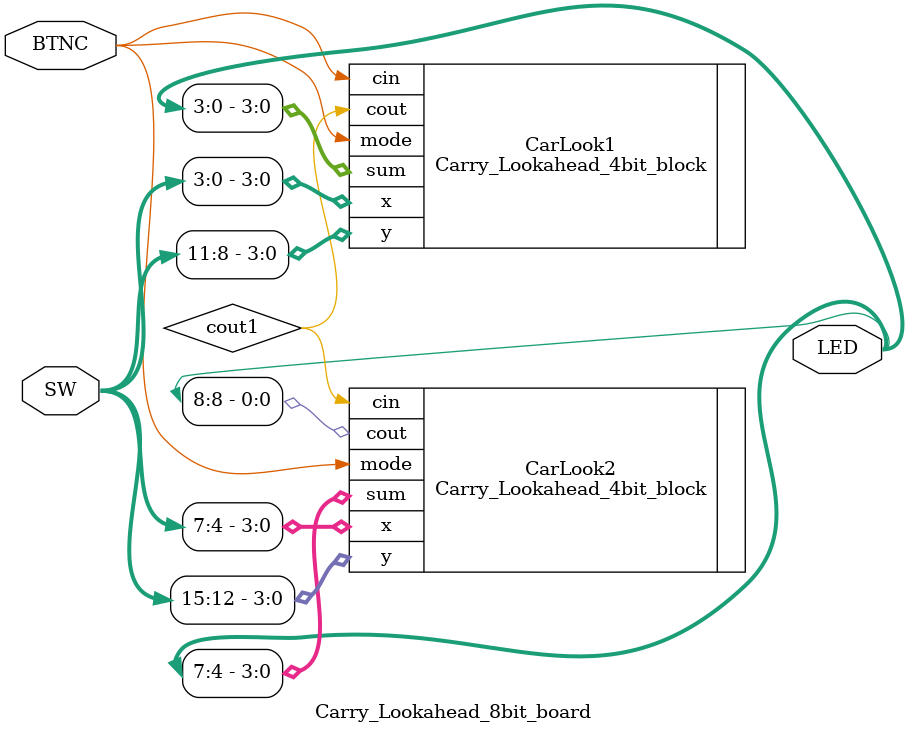
<source format=v>
`timescale 1ns / 1ps
module Carry_Lookahead_8bit_board(
    input [15:0]SW,
    input BTNC,
    output [8:0]LED

    );
    
    wire cout1;
    
Carry_Lookahead_4bit_block#() CarLook1 (
    .x(SW[3:0]),
    .y(SW[11:8]),
    .mode(BTNC),
    .cin(BTNC),
    .sum(LED[3:0]),
    .cout(cout1)
    );
Carry_Lookahead_4bit_block#() CarLook2 (
    .x(SW[7:4]),
    .y(SW[15:12]),
    .mode(BTNC),
    .cin(cout1),
    .sum(LED[7:4]),
    .cout(LED[8])
    );        
    
endmodule

</source>
